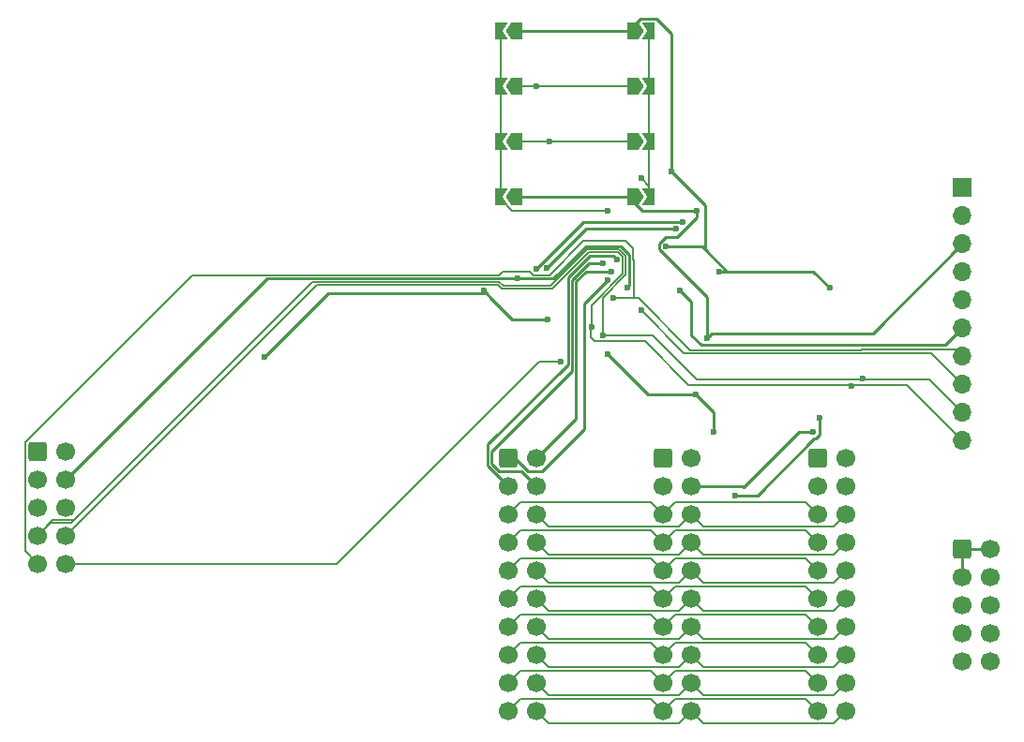
<source format=gbr>
%TF.GenerationSoftware,KiCad,Pcbnew,9.0.6-9.0.6~ubuntu22.04.1*%
%TF.CreationDate,2026-01-07T10:26:52-05:00*%
%TF.ProjectId,Hyperdrift-Display-Controller,48797065-7264-4726-9966-742d44697370,rev?*%
%TF.SameCoordinates,Original*%
%TF.FileFunction,Copper,L1,Top*%
%TF.FilePolarity,Positive*%
%FSLAX46Y46*%
G04 Gerber Fmt 4.6, Leading zero omitted, Abs format (unit mm)*
G04 Created by KiCad (PCBNEW 9.0.6-9.0.6~ubuntu22.04.1) date 2026-01-07 10:26:52*
%MOMM*%
%LPD*%
G01*
G04 APERTURE LIST*
G04 Aperture macros list*
%AMRoundRect*
0 Rectangle with rounded corners*
0 $1 Rounding radius*
0 $2 $3 $4 $5 $6 $7 $8 $9 X,Y pos of 4 corners*
0 Add a 4 corners polygon primitive as box body*
4,1,4,$2,$3,$4,$5,$6,$7,$8,$9,$2,$3,0*
0 Add four circle primitives for the rounded corners*
1,1,$1+$1,$2,$3*
1,1,$1+$1,$4,$5*
1,1,$1+$1,$6,$7*
1,1,$1+$1,$8,$9*
0 Add four rect primitives between the rounded corners*
20,1,$1+$1,$2,$3,$4,$5,0*
20,1,$1+$1,$4,$5,$6,$7,0*
20,1,$1+$1,$6,$7,$8,$9,0*
20,1,$1+$1,$8,$9,$2,$3,0*%
%AMFreePoly0*
4,1,6,0.500000,-0.750000,-0.650000,-0.750000,-0.150000,0.000000,-0.650000,0.750000,0.500000,0.750000,0.500000,-0.750000,0.500000,-0.750000,$1*%
%AMFreePoly1*
4,1,6,1.000000,0.000000,0.500000,-0.750000,-0.500000,-0.750000,-0.500000,0.750000,0.500000,0.750000,1.000000,0.000000,1.000000,0.000000,$1*%
G04 Aperture macros list end*
%TA.AperFunction,SMDPad,CuDef*%
%ADD10FreePoly0,0.000000*%
%TD*%
%TA.AperFunction,SMDPad,CuDef*%
%ADD11FreePoly1,0.000000*%
%TD*%
%TA.AperFunction,SMDPad,CuDef*%
%ADD12FreePoly0,180.000000*%
%TD*%
%TA.AperFunction,SMDPad,CuDef*%
%ADD13FreePoly1,180.000000*%
%TD*%
%TA.AperFunction,ComponentPad*%
%ADD14RoundRect,0.250000X-0.600000X-0.600000X0.600000X-0.600000X0.600000X0.600000X-0.600000X0.600000X0*%
%TD*%
%TA.AperFunction,ComponentPad*%
%ADD15C,1.700000*%
%TD*%
%TA.AperFunction,ComponentPad*%
%ADD16R,1.700000X1.700000*%
%TD*%
%TA.AperFunction,ComponentPad*%
%ADD17O,1.700000X1.700000*%
%TD*%
%TA.AperFunction,ViaPad*%
%ADD18C,0.600000*%
%TD*%
%TA.AperFunction,Conductor*%
%ADD19C,0.150000*%
%TD*%
%TA.AperFunction,Conductor*%
%ADD20C,0.250000*%
%TD*%
G04 APERTURE END LIST*
D10*
%TO.P,JP7,2,B*%
%TO.N,ADDR1*%
X140725000Y-60000000D03*
D11*
%TO.P,JP7,1,A*%
%TO.N,SCL*%
X139275000Y-60000000D03*
%TD*%
D12*
%TO.P,JP2,2,B*%
%TO.N,ADDR2*%
X127275000Y-55000000D03*
D13*
%TO.P,JP2,1,A*%
%TO.N,SDA*%
X128725000Y-55000000D03*
%TD*%
D10*
%TO.P,JP5,2,B*%
%TO.N,ADDR1*%
X140725000Y-50000000D03*
D11*
%TO.P,JP5,1,A*%
%TO.N,GND*%
X139275000Y-50000000D03*
%TD*%
D14*
%TO.P,J1,1,Pin_1*%
%TO.N,SINK_{00}*%
X128000000Y-88620000D03*
D15*
%TO.P,J1,2,Pin_2*%
%TO.N,SINK_{01}*%
X130540000Y-88620000D03*
%TO.P,J1,3,Pin_3*%
%TO.N,SINK_{02}*%
X128000000Y-91160000D03*
%TO.P,J1,4,Pin_4*%
%TO.N,SINK_{03}*%
X130540000Y-91160000D03*
%TO.P,J1,5,Pin_5*%
%TO.N,SRC_{00}*%
X128000000Y-93700000D03*
%TO.P,J1,6,Pin_6*%
%TO.N,SRC_{01}*%
X130540000Y-93700000D03*
%TO.P,J1,7,Pin_7*%
%TO.N,SRC_{02}*%
X128000000Y-96240000D03*
%TO.P,J1,8,Pin_8*%
%TO.N,SRC_{03}*%
X130540000Y-96240000D03*
%TO.P,J1,9,Pin_9*%
%TO.N,SRC_{04}*%
X128000000Y-98780000D03*
%TO.P,J1,10,Pin_10*%
%TO.N,SRC_{05}*%
X130540000Y-98780000D03*
%TO.P,J1,11,Pin_11*%
%TO.N,SRC_{06}*%
X128000000Y-101320000D03*
%TO.P,J1,12,Pin_12*%
%TO.N,SRC_{07}*%
X130540000Y-101320000D03*
%TO.P,J1,13,Pin_13*%
%TO.N,SRC_{08}*%
X128000000Y-103860000D03*
%TO.P,J1,14,Pin_14*%
%TO.N,SRC_{09}*%
X130540000Y-103860000D03*
%TO.P,J1,15,Pin_15*%
%TO.N,SRC_{10}*%
X128000000Y-106400000D03*
%TO.P,J1,16,Pin_16*%
%TO.N,SRC_{11}*%
X130540000Y-106400000D03*
%TO.P,J1,17,Pin_17*%
%TO.N,SRC_{12}*%
X128000000Y-108940000D03*
%TO.P,J1,18,Pin_18*%
%TO.N,SRC_{13}*%
X130540000Y-108940000D03*
%TO.P,J1,19,Pin_19*%
%TO.N,SRC_{14}*%
X128000000Y-111480000D03*
%TO.P,J1,20,Pin_20*%
%TO.N,SRC_{15}*%
X130540000Y-111480000D03*
%TD*%
D14*
%TO.P,J4,1,Pin_1*%
%TO.N,VIN*%
X85500000Y-88000000D03*
D15*
%TO.P,J4,2,Pin_2*%
X88040000Y-88000000D03*
%TO.P,J4,3,Pin_3*%
X85500000Y-90540000D03*
%TO.P,J4,4,Pin_4*%
%TO.N,GND*%
X88040000Y-90540000D03*
%TO.P,J4,5,Pin_5*%
X85500000Y-93080000D03*
%TO.P,J4,6,Pin_6*%
X88040000Y-93080000D03*
%TO.P,J4,7,Pin_7*%
%TO.N,SDA*%
X85500000Y-95620000D03*
%TO.P,J4,8,Pin_8*%
%TO.N,SCL*%
X88040000Y-95620000D03*
%TO.P,J4,9,Pin_9*%
%TO.N,IICRST*%
X85500000Y-98160000D03*
%TO.P,J4,10,Pin_10*%
%TO.N,SDB*%
X88040000Y-98160000D03*
%TD*%
D16*
%TO.P,J6,1,Pin_1*%
%TO.N,VIN*%
X169000000Y-64140000D03*
D17*
%TO.P,J6,2,Pin_2*%
%TO.N,12V*%
X169000000Y-66680000D03*
%TO.P,J6,3,Pin_3*%
%TO.N,5V*%
X169000000Y-69220000D03*
%TO.P,J6,4,Pin_4*%
%TO.N,3.3V*%
X169000000Y-71760000D03*
%TO.P,J6,5,Pin_5*%
%TO.N,GND*%
X169000000Y-74300000D03*
%TO.P,J6,6,Pin_6*%
X169000000Y-76840000D03*
%TO.P,J6,7,Pin_7*%
%TO.N,IICRST*%
X169000000Y-79380000D03*
%TO.P,J6,8,Pin_8*%
%TO.N,SDB*%
X169000000Y-81920000D03*
%TO.P,J6,9,Pin_9*%
%TO.N,SDA*%
X169000000Y-84460000D03*
%TO.P,J6,10,Pin_10*%
%TO.N,SCL*%
X169000000Y-87000000D03*
%TD*%
D11*
%TO.P,JP8,1,A*%
%TO.N,5V*%
X139275000Y-65000000D03*
D10*
%TO.P,JP8,2,B*%
%TO.N,ADDR1*%
X140725000Y-65000000D03*
%TD*%
D13*
%TO.P,JP4,1,A*%
%TO.N,5V*%
X128725000Y-65000000D03*
D12*
%TO.P,JP4,2,B*%
%TO.N,ADDR2*%
X127275000Y-65000000D03*
%TD*%
D14*
%TO.P,J2,1,Pin_1*%
%TO.N,SINK_{04}*%
X141960000Y-88620000D03*
D15*
%TO.P,J2,2,Pin_2*%
%TO.N,SINK_{05}*%
X144500000Y-88620000D03*
%TO.P,J2,3,Pin_3*%
%TO.N,SINK_{06}*%
X141960000Y-91160000D03*
%TO.P,J2,4,Pin_4*%
%TO.N,SINK_{07}*%
X144500000Y-91160000D03*
%TO.P,J2,5,Pin_5*%
%TO.N,SRC_{00}*%
X141960000Y-93700000D03*
%TO.P,J2,6,Pin_6*%
%TO.N,SRC_{01}*%
X144500000Y-93700000D03*
%TO.P,J2,7,Pin_7*%
%TO.N,SRC_{02}*%
X141960000Y-96240000D03*
%TO.P,J2,8,Pin_8*%
%TO.N,SRC_{03}*%
X144500000Y-96240000D03*
%TO.P,J2,9,Pin_9*%
%TO.N,SRC_{04}*%
X141960000Y-98780000D03*
%TO.P,J2,10,Pin_10*%
%TO.N,SRC_{05}*%
X144500000Y-98780000D03*
%TO.P,J2,11,Pin_11*%
%TO.N,SRC_{06}*%
X141960000Y-101320000D03*
%TO.P,J2,12,Pin_12*%
%TO.N,SRC_{07}*%
X144500000Y-101320000D03*
%TO.P,J2,13,Pin_13*%
%TO.N,SRC_{08}*%
X141960000Y-103860000D03*
%TO.P,J2,14,Pin_14*%
%TO.N,SRC_{09}*%
X144500000Y-103860000D03*
%TO.P,J2,15,Pin_15*%
%TO.N,SRC_{10}*%
X141960000Y-106400000D03*
%TO.P,J2,16,Pin_16*%
%TO.N,SRC_{11}*%
X144500000Y-106400000D03*
%TO.P,J2,17,Pin_17*%
%TO.N,SRC_{12}*%
X141960000Y-108940000D03*
%TO.P,J2,18,Pin_18*%
%TO.N,SRC_{13}*%
X144500000Y-108940000D03*
%TO.P,J2,19,Pin_19*%
%TO.N,SRC_{14}*%
X141960000Y-111480000D03*
%TO.P,J2,20,Pin_20*%
%TO.N,SRC_{15}*%
X144500000Y-111480000D03*
%TD*%
D10*
%TO.P,JP6,2,B*%
%TO.N,ADDR1*%
X140725000Y-55000000D03*
D11*
%TO.P,JP6,1,A*%
%TO.N,SDA*%
X139275000Y-55000000D03*
%TD*%
D14*
%TO.P,J5,1,Pin_1*%
%TO.N,VIN*%
X169000000Y-96840000D03*
D15*
%TO.P,J5,2,Pin_2*%
X171540000Y-96840000D03*
%TO.P,J5,3,Pin_3*%
X169000000Y-99380000D03*
%TO.P,J5,4,Pin_4*%
%TO.N,GND*%
X171540000Y-99380000D03*
%TO.P,J5,5,Pin_5*%
X169000000Y-101920000D03*
%TO.P,J5,6,Pin_6*%
X171540000Y-101920000D03*
%TO.P,J5,7,Pin_7*%
%TO.N,SDA*%
X169000000Y-104460000D03*
%TO.P,J5,8,Pin_8*%
%TO.N,SCL*%
X171540000Y-104460000D03*
%TO.P,J5,9,Pin_9*%
%TO.N,IICRST*%
X169000000Y-107000000D03*
%TO.P,J5,10,Pin_10*%
%TO.N,SDB*%
X171540000Y-107000000D03*
%TD*%
D14*
%TO.P,J3,1,Pin_1*%
%TO.N,SINK_{08}*%
X155960000Y-88620000D03*
D15*
%TO.P,J3,2,Pin_2*%
%TO.N,SINK_{09}*%
X158500000Y-88620000D03*
%TO.P,J3,3,Pin_3*%
%TO.N,SINK_{10}*%
X155960000Y-91160000D03*
%TO.P,J3,4,Pin_4*%
%TO.N,SINK_{11}*%
X158500000Y-91160000D03*
%TO.P,J3,5,Pin_5*%
%TO.N,SRC_{00}*%
X155960000Y-93700000D03*
%TO.P,J3,6,Pin_6*%
%TO.N,SRC_{01}*%
X158500000Y-93700000D03*
%TO.P,J3,7,Pin_7*%
%TO.N,SRC_{02}*%
X155960000Y-96240000D03*
%TO.P,J3,8,Pin_8*%
%TO.N,SRC_{03}*%
X158500000Y-96240000D03*
%TO.P,J3,9,Pin_9*%
%TO.N,SRC_{04}*%
X155960000Y-98780000D03*
%TO.P,J3,10,Pin_10*%
%TO.N,SRC_{05}*%
X158500000Y-98780000D03*
%TO.P,J3,11,Pin_11*%
%TO.N,SRC_{06}*%
X155960000Y-101320000D03*
%TO.P,J3,12,Pin_12*%
%TO.N,SRC_{07}*%
X158500000Y-101320000D03*
%TO.P,J3,13,Pin_13*%
%TO.N,SRC_{08}*%
X155960000Y-103860000D03*
%TO.P,J3,14,Pin_14*%
%TO.N,SRC_{09}*%
X158500000Y-103860000D03*
%TO.P,J3,15,Pin_15*%
%TO.N,SRC_{10}*%
X155960000Y-106400000D03*
%TO.P,J3,16,Pin_16*%
%TO.N,SRC_{11}*%
X158500000Y-106400000D03*
%TO.P,J3,17,Pin_17*%
%TO.N,SRC_{12}*%
X155960000Y-108940000D03*
%TO.P,J3,18,Pin_18*%
%TO.N,SRC_{13}*%
X158500000Y-108940000D03*
%TO.P,J3,19,Pin_19*%
%TO.N,SRC_{14}*%
X155960000Y-111480000D03*
%TO.P,J3,20,Pin_20*%
%TO.N,SRC_{15}*%
X158500000Y-111480000D03*
%TD*%
D12*
%TO.P,JP3,2,B*%
%TO.N,ADDR2*%
X127275000Y-60000000D03*
D13*
%TO.P,JP3,1,A*%
%TO.N,SCL*%
X128725000Y-60000000D03*
%TD*%
D12*
%TO.P,JP1,2,B*%
%TO.N,ADDR2*%
X127275000Y-50000000D03*
D13*
%TO.P,JP1,1,A*%
%TO.N,GND*%
X128725000Y-50000000D03*
%TD*%
D18*
%TO.N,GND*%
X143500000Y-73500000D03*
%TO.N,5V*%
X145000000Y-66250000D03*
X106000000Y-79500000D03*
%TO.N,GND*%
X138733058Y-73175000D03*
X128850000Y-72350000D03*
%TO.N,5V*%
X137000000Y-79250000D03*
%TO.N,SDA*%
X160000000Y-81425000D03*
%TO.N,SCL*%
X159000000Y-82075000D03*
%TO.N,SDB*%
X140002000Y-75257114D03*
%TO.N,5V*%
X131550000Y-76100000D03*
%TO.N,SINK_{00}*%
X137000000Y-72500000D03*
%TO.N,SINK_{01}*%
X137282724Y-71750000D03*
%TO.N,SINK_{03}*%
X136531587Y-71031587D03*
%TO.N,ADDR2*%
X137000000Y-66250000D03*
%TO.N,ADDR1*%
X140000000Y-63349000D03*
%TO.N,GND*%
X142250000Y-69500000D03*
%TO.N,SINK_{02}*%
X137771529Y-70675529D03*
%TO.N,IICRST*%
X137500000Y-74175000D03*
%TO.N,SDB*%
X132750000Y-79875000D03*
%TO.N,SINK_{04}*%
X143125000Y-67875000D03*
X131419232Y-71464652D03*
%TO.N,SINK_{05}*%
X143750000Y-67250000D03*
X130500000Y-71500000D03*
%TO.N,SCL*%
X131750000Y-60000000D03*
%TO.N,SDA*%
X130500000Y-55000000D03*
%TO.N,SINK_{06}*%
X148500000Y-91999000D03*
X156091000Y-85000000D03*
%TO.N,SINK_{07}*%
X155466000Y-86250000D03*
%TO.N,GND*%
X157000000Y-73250000D03*
X147000000Y-71750000D03*
X142750000Y-62750000D03*
%TO.N,SCL*%
X135481833Y-76800000D03*
%TO.N,SDA*%
X136550000Y-77493058D03*
%TO.N,5V*%
X125750000Y-73500000D03*
X146500000Y-86250000D03*
X144893414Y-82856586D03*
X145927002Y-77779822D03*
%TD*%
D19*
%TO.N,SDA*%
X138588529Y-72066884D02*
X136550000Y-74105413D01*
X136550000Y-74105413D02*
X136550000Y-77493058D01*
X136550000Y-77493058D02*
X136551000Y-77492058D01*
X138588529Y-70338529D02*
X138075000Y-69825000D01*
X138588529Y-72066884D02*
X138588529Y-70338529D01*
X136551000Y-77492058D02*
X140992058Y-77492058D01*
%TO.N,SCL*%
X135424000Y-77039954D02*
X135424000Y-77730646D01*
X135481833Y-76982121D02*
X135424000Y-77039954D01*
X135481833Y-76800000D02*
X135481833Y-76982121D01*
X135761412Y-78068058D02*
X140318058Y-78068058D01*
X127050000Y-72924000D02*
X110736000Y-72924000D01*
X131950000Y-73300000D02*
X127426000Y-73300000D01*
X127426000Y-73300000D02*
X127050000Y-72924000D01*
X135250000Y-70000000D02*
X131950000Y-73300000D01*
X138347529Y-70438355D02*
X137909174Y-70000000D01*
X135481833Y-74832755D02*
X138347529Y-71967059D01*
X135481833Y-76800000D02*
X135481833Y-74832755D01*
X110736000Y-72924000D02*
X88040000Y-95620000D01*
X137909174Y-70000000D02*
X135250000Y-70000000D01*
X138347529Y-71967059D02*
X138347529Y-70438355D01*
X135424000Y-77730646D02*
X135761412Y-78068058D01*
X140318058Y-78068058D02*
X144250000Y-82000000D01*
D20*
%TO.N,GND*%
X144500000Y-74500000D02*
X143500000Y-73500000D01*
X169000000Y-76840000D02*
X167434178Y-78405822D01*
X145405822Y-78405822D02*
X144500000Y-77500000D01*
X144500000Y-77500000D02*
X144500000Y-74500000D01*
X167434178Y-78405822D02*
X145405822Y-78405822D01*
%TO.N,5V*%
X145927002Y-77779822D02*
X146381824Y-77325000D01*
X146381824Y-77325000D02*
X150637297Y-77325000D01*
X145432351Y-73567649D02*
X141624000Y-69759298D01*
X145432351Y-73567649D02*
X145927002Y-74062300D01*
X145927002Y-74062300D02*
X145927002Y-77779822D01*
X143000000Y-68626000D02*
X142238702Y-68626000D01*
X142238702Y-68626000D02*
X141624000Y-69240702D01*
X141624000Y-69240702D02*
X141624000Y-69759298D01*
X143000000Y-68626000D02*
X143259298Y-68626000D01*
X145000000Y-66885298D02*
X145000000Y-66250000D01*
X143259298Y-68626000D02*
X145000000Y-66885298D01*
X140106894Y-66250000D02*
X145000000Y-66250000D01*
X139275000Y-65418106D02*
X140106894Y-66250000D01*
X139275000Y-65000000D02*
X139275000Y-65418106D01*
%TO.N,GND*%
X142750000Y-62750000D02*
X145750000Y-65750000D01*
X145750000Y-65750000D02*
X145750000Y-69750000D01*
X142750000Y-50306894D02*
X141362106Y-48919000D01*
X141362106Y-48919000D02*
X139938032Y-48919000D01*
X142750000Y-62750000D02*
X142750000Y-50306894D01*
X139938032Y-48919000D02*
X139275000Y-49582032D01*
X139275000Y-49582032D02*
X139275000Y-50000000D01*
%TO.N,5V*%
X111750000Y-73750000D02*
X106000000Y-79500000D01*
X126000000Y-73750000D02*
X111750000Y-73750000D01*
X126375000Y-74125000D02*
X126000000Y-73750000D01*
D19*
%TO.N,SCL*%
X144250000Y-82000000D02*
X158925000Y-82000000D01*
X158925000Y-82000000D02*
X159000000Y-82075000D01*
D20*
%TO.N,SINK_{03}*%
X126500000Y-88000000D02*
X126500000Y-89141514D01*
X133750000Y-72500000D02*
X133750000Y-80750000D01*
X136531587Y-71031587D02*
X136500000Y-71000000D01*
X136500000Y-71000000D02*
X135250000Y-71000000D01*
X135250000Y-71000000D02*
X133750000Y-72500000D01*
X133750000Y-80750000D02*
X126500000Y-88000000D01*
X126500000Y-89141514D02*
X127154486Y-89796000D01*
X127154486Y-89796000D02*
X129176000Y-89796000D01*
X129176000Y-89796000D02*
X130540000Y-91160000D01*
%TO.N,SINK_{01}*%
X134091000Y-85069000D02*
X130540000Y-88620000D01*
X135000000Y-71750000D02*
X134091000Y-72659000D01*
X134091000Y-72659000D02*
X134091000Y-85069000D01*
X137282724Y-71750000D02*
X135000000Y-71750000D01*
D19*
%TO.N,IICRST*%
X139733058Y-74175000D02*
X139300000Y-74175000D01*
X139308058Y-73750000D02*
X139308058Y-74166942D01*
X139308058Y-74166942D02*
X139300000Y-74175000D01*
X169000000Y-79380000D02*
X168462706Y-78842706D01*
X159842706Y-78842706D02*
X159819912Y-78865500D01*
X159819912Y-78865500D02*
X144423558Y-78865500D01*
X144423558Y-78865500D02*
X139733058Y-74175000D01*
X139300000Y-74175000D02*
X137500000Y-74175000D01*
X168462706Y-78842706D02*
X159842706Y-78842706D01*
D20*
%TO.N,GND*%
X138879529Y-73028529D02*
X138733058Y-73175000D01*
X134970464Y-69468000D02*
X138129536Y-69468000D01*
X138879529Y-70217993D02*
X138879529Y-73028529D01*
X132071464Y-72367000D02*
X134970464Y-69468000D01*
X138129536Y-69468000D02*
X138879529Y-70217993D01*
X128867000Y-72367000D02*
X132071464Y-72367000D01*
X128850000Y-72350000D02*
X128867000Y-72367000D01*
D19*
%TO.N,SDA*%
X110317405Y-72683000D02*
X88506405Y-94494000D01*
X135091000Y-69759000D02*
X131800000Y-73050000D01*
X127150000Y-72683000D02*
X110317405Y-72683000D01*
X127526000Y-73059000D02*
X127150000Y-72683000D01*
X131441000Y-73059000D02*
X127526000Y-73059000D01*
X138009000Y-69759000D02*
X135091000Y-69759000D01*
X131450000Y-73050000D02*
X131441000Y-73059000D01*
X131800000Y-73050000D02*
X131450000Y-73050000D01*
X88506405Y-94494000D02*
X86626000Y-94494000D01*
X86626000Y-94494000D02*
X85500000Y-95620000D01*
%TO.N,IICRST*%
X139250000Y-70641942D02*
X139308058Y-70700000D01*
X139250000Y-69700000D02*
X139250000Y-70641942D01*
X138550000Y-69000000D02*
X139250000Y-69700000D01*
X127500000Y-71750000D02*
X129924000Y-71750000D01*
X134750000Y-69000000D02*
X138550000Y-69000000D01*
X127174000Y-72076000D02*
X127500000Y-71750000D01*
X131674000Y-72076000D02*
X134750000Y-69000000D01*
X130250000Y-72076000D02*
X131674000Y-72076000D01*
X129924000Y-71750000D02*
X130250000Y-72076000D01*
X139308058Y-70700000D02*
X139308058Y-73750000D01*
X99473196Y-72076000D02*
X127174000Y-72076000D01*
X84374000Y-87175196D02*
X99473196Y-72076000D01*
X84374000Y-97034000D02*
X84374000Y-87175196D01*
X85500000Y-98160000D02*
X84374000Y-97034000D01*
D20*
%TO.N,GND*%
X128833000Y-72367000D02*
X128850000Y-72350000D01*
X128500000Y-72367000D02*
X128833000Y-72367000D01*
X106213000Y-72367000D02*
X128500000Y-72367000D01*
X88040000Y-90540000D02*
X106213000Y-72367000D01*
%TO.N,5V*%
X144893414Y-82856586D02*
X140606586Y-82856586D01*
X140606586Y-82856586D02*
X137000000Y-79250000D01*
X150637297Y-77325000D02*
X160895000Y-77325000D01*
X160895000Y-77325000D02*
X169000000Y-69220000D01*
D19*
%TO.N,SDB*%
X169000000Y-81920000D02*
X166186500Y-79106500D01*
X166186500Y-79106500D02*
X143851386Y-79106500D01*
X143851386Y-79106500D02*
X140002000Y-75257114D01*
%TO.N,SDA*%
X145000000Y-81500000D02*
X164500000Y-81500000D01*
D20*
%TO.N,SINK_{02}*%
X128000000Y-91160000D02*
X126159000Y-89319000D01*
X126159000Y-89319000D02*
X126159000Y-87351298D01*
X126159000Y-87351298D02*
X133380558Y-80129740D01*
X133380558Y-80129740D02*
X133380558Y-72280978D01*
X133380558Y-72280978D02*
X135330768Y-70330768D01*
X135330768Y-70330768D02*
X137426768Y-70330768D01*
X137426768Y-70330768D02*
X137771529Y-70675529D01*
%TO.N,5V*%
X128350000Y-76100000D02*
X131550000Y-76100000D01*
%TO.N,SINK_{00}*%
X134855833Y-74644167D02*
X137000000Y-72500000D01*
X134855833Y-85967283D02*
X134855833Y-74644167D01*
X129796000Y-89796000D02*
X131027116Y-89796000D01*
X131027116Y-89796000D02*
X134855833Y-85967283D01*
X128620000Y-88620000D02*
X129796000Y-89796000D01*
X128000000Y-88620000D02*
X128620000Y-88620000D01*
D19*
%TO.N,ADDR2*%
X128327605Y-66250000D02*
X137000000Y-66250000D01*
X127275000Y-65197395D02*
X128327605Y-66250000D01*
X127275000Y-65000000D02*
X127275000Y-65197395D01*
%TO.N,ADDR1*%
X140000000Y-63349000D02*
X140725000Y-64074000D01*
X140725000Y-64074000D02*
X140725000Y-65000000D01*
D20*
%TO.N,GND*%
X145750000Y-69750000D02*
X145500000Y-69500000D01*
X147750000Y-71750000D02*
X155500000Y-71750000D01*
X147750000Y-71750000D02*
X145750000Y-69750000D01*
X145500000Y-69500000D02*
X142250000Y-69500000D01*
D19*
%TO.N,SDB*%
X112500000Y-98160000D02*
X130785000Y-79875000D01*
X130785000Y-79875000D02*
X132750000Y-79875000D01*
X88040000Y-98160000D02*
X112500000Y-98160000D01*
D20*
%TO.N,SINK_{04}*%
X143125000Y-67875000D02*
X135008884Y-67875000D01*
X135008884Y-67875000D02*
X131419232Y-71464652D01*
%TO.N,SINK_{05}*%
X134750000Y-67250000D02*
X143750000Y-67250000D01*
X130500000Y-71500000D02*
X134750000Y-67250000D01*
D19*
%TO.N,SCL*%
X139275000Y-60000000D02*
X131750000Y-60000000D01*
%TO.N,SDA*%
X139275000Y-55000000D02*
X130500000Y-55000000D01*
D20*
%TO.N,SINK_{06}*%
X148500000Y-91999000D02*
X150501000Y-91999000D01*
X155725298Y-86876000D02*
X156091000Y-86510298D01*
X150501000Y-91999000D02*
X155624000Y-86876000D01*
X155624000Y-86876000D02*
X155725298Y-86876000D01*
X156091000Y-86510298D02*
X156091000Y-85000000D01*
%TO.N,SINK_{07}*%
X154250000Y-86250000D02*
X149250000Y-91250000D01*
X155466000Y-86250000D02*
X154250000Y-86250000D01*
X149160000Y-91160000D02*
X144500000Y-91160000D01*
X149250000Y-91250000D02*
X149160000Y-91160000D01*
D19*
%TO.N,SCL*%
X144750000Y-82000000D02*
X144250000Y-82000000D01*
X144750000Y-82000000D02*
X164000000Y-82000000D01*
X164000000Y-82000000D02*
X169000000Y-87000000D01*
%TO.N,SDA*%
X164500000Y-81500000D02*
X166040000Y-81500000D01*
X166040000Y-81500000D02*
X169000000Y-84460000D01*
X141000000Y-77500000D02*
X145000000Y-81500000D01*
D20*
%TO.N,GND*%
X155500000Y-71750000D02*
X157000000Y-73250000D01*
X147000000Y-71750000D02*
X147750000Y-71750000D01*
%TO.N,5V*%
X128725000Y-65000000D02*
X139275000Y-65000000D01*
D19*
%TO.N,SCL*%
X131750000Y-60000000D02*
X128725000Y-60000000D01*
%TO.N,SDA*%
X130500000Y-55000000D02*
X128725000Y-55000000D01*
D20*
%TO.N,GND*%
X128725000Y-50000000D02*
X139275000Y-50000000D01*
D19*
%TO.N,ADDR1*%
X140725000Y-55000000D02*
X140725000Y-50000000D01*
X140725000Y-60000000D02*
X140725000Y-55000000D01*
X140725000Y-65000000D02*
X140725000Y-60000000D01*
%TO.N,ADDR2*%
X127275000Y-60000000D02*
X127275000Y-65000000D01*
X127275000Y-55000000D02*
X127275000Y-60000000D01*
X127275000Y-50000000D02*
X127275000Y-55000000D01*
%TO.N,SDA*%
X85500000Y-95620000D02*
X86870000Y-94250000D01*
X86870000Y-94250000D02*
X88780000Y-94250000D01*
D20*
%TO.N,VIN*%
X169000000Y-99380000D02*
X169000000Y-96840000D01*
X169000000Y-96840000D02*
X171540000Y-96840000D01*
D19*
%TO.N,SRC_{05}*%
X144500000Y-98780000D02*
X143374000Y-99906000D01*
X143374000Y-99906000D02*
X131666000Y-99906000D01*
X131666000Y-99906000D02*
X130540000Y-98780000D01*
%TO.N,SRC_{07}*%
X130540000Y-101320000D02*
X131666000Y-102446000D01*
X131666000Y-102446000D02*
X143374000Y-102446000D01*
X143374000Y-102446000D02*
X144500000Y-101320000D01*
%TO.N,SRC_{09}*%
X144500000Y-103860000D02*
X143374000Y-104986000D01*
X143374000Y-104986000D02*
X131666000Y-104986000D01*
X131666000Y-104986000D02*
X130540000Y-103860000D01*
%TO.N,SRC_{11}*%
X130540000Y-106400000D02*
X131666000Y-107526000D01*
X131666000Y-107526000D02*
X143374000Y-107526000D01*
X143374000Y-107526000D02*
X144500000Y-106400000D01*
%TO.N,SRC_{13}*%
X144500000Y-108940000D02*
X143374000Y-110066000D01*
X131666000Y-110066000D02*
X130540000Y-108940000D01*
X143374000Y-110066000D02*
X131666000Y-110066000D01*
%TO.N,SRC_{15}*%
X144500000Y-111480000D02*
X143374000Y-112606000D01*
X143374000Y-112606000D02*
X131666000Y-112606000D01*
X131666000Y-112606000D02*
X130540000Y-111480000D01*
%TO.N,SRC_{14}*%
X128000000Y-111480000D02*
X129126000Y-110354000D01*
X129126000Y-110354000D02*
X140834000Y-110354000D01*
X140834000Y-110354000D02*
X141960000Y-111480000D01*
%TO.N,SRC_{12}*%
X128000000Y-108940000D02*
X129126000Y-107814000D01*
X129126000Y-107814000D02*
X140834000Y-107814000D01*
X140834000Y-107814000D02*
X141960000Y-108940000D01*
%TO.N,SRC_{10}*%
X128000000Y-106400000D02*
X129126000Y-105274000D01*
X129126000Y-105274000D02*
X140834000Y-105274000D01*
X140834000Y-105274000D02*
X141960000Y-106400000D01*
%TO.N,SRC_{08}*%
X128000000Y-103860000D02*
X129126000Y-102734000D01*
X140834000Y-102734000D02*
X141960000Y-103860000D01*
X129126000Y-102734000D02*
X140834000Y-102734000D01*
%TO.N,SRC_{06}*%
X128000000Y-101320000D02*
X129126000Y-100194000D01*
X129126000Y-100194000D02*
X140834000Y-100194000D01*
X140834000Y-100194000D02*
X141960000Y-101320000D01*
%TO.N,SRC_{04}*%
X128000000Y-98780000D02*
X129126000Y-97654000D01*
X129126000Y-97654000D02*
X140834000Y-97654000D01*
X140834000Y-97654000D02*
X141960000Y-98780000D01*
%TO.N,SRC_{02}*%
X141960000Y-96240000D02*
X140834000Y-95114000D01*
X140834000Y-95114000D02*
X129126000Y-95114000D01*
X129126000Y-95114000D02*
X128000000Y-96240000D01*
%TO.N,SRC_{03}*%
X144500000Y-96240000D02*
X143374000Y-97366000D01*
X143374000Y-97366000D02*
X131666000Y-97366000D01*
X131666000Y-97366000D02*
X130540000Y-96240000D01*
%TO.N,SRC_{01}*%
X130540000Y-93700000D02*
X131666000Y-94826000D01*
X131666000Y-94826000D02*
X143374000Y-94826000D01*
X143374000Y-94826000D02*
X144500000Y-93700000D01*
%TO.N,SRC_{00}*%
X141960000Y-93700000D02*
X140834000Y-92574000D01*
X140834000Y-92574000D02*
X129126000Y-92574000D01*
X129126000Y-92574000D02*
X128000000Y-93700000D01*
X155960000Y-93700000D02*
X154834000Y-92574000D01*
X154834000Y-92574000D02*
X143086000Y-92574000D01*
X143086000Y-92574000D02*
X141960000Y-93700000D01*
%TO.N,SRC_{01}*%
X144500000Y-93700000D02*
X145626000Y-94826000D01*
X145626000Y-94826000D02*
X157374000Y-94826000D01*
X157374000Y-94826000D02*
X158500000Y-93700000D01*
%TO.N,SRC_{02}*%
X155960000Y-96240000D02*
X154834000Y-95114000D01*
X154834000Y-95114000D02*
X143086000Y-95114000D01*
X143086000Y-95114000D02*
X141960000Y-96240000D01*
%TO.N,SRC_{03}*%
X144500000Y-96240000D02*
X145626000Y-97366000D01*
X145626000Y-97366000D02*
X157374000Y-97366000D01*
X157374000Y-97366000D02*
X158500000Y-96240000D01*
%TO.N,SRC_{04}*%
X141960000Y-98780000D02*
X143086000Y-97654000D01*
X143086000Y-97654000D02*
X154834000Y-97654000D01*
X154834000Y-97654000D02*
X155960000Y-98780000D01*
%TO.N,SRC_{05}*%
X158500000Y-98780000D02*
X157374000Y-99906000D01*
X157374000Y-99906000D02*
X145626000Y-99906000D01*
X145626000Y-99906000D02*
X144500000Y-98780000D01*
%TO.N,SRC_{06}*%
X141960000Y-101320000D02*
X143086000Y-100194000D01*
X143086000Y-100194000D02*
X154834000Y-100194000D01*
X154834000Y-100194000D02*
X155960000Y-101320000D01*
%TO.N,SRC_{07}*%
X158500000Y-101320000D02*
X157374000Y-102446000D01*
X157374000Y-102446000D02*
X145626000Y-102446000D01*
X145626000Y-102446000D02*
X144500000Y-101320000D01*
%TO.N,SRC_{08}*%
X141960000Y-103860000D02*
X143086000Y-102734000D01*
X143086000Y-102734000D02*
X154834000Y-102734000D01*
X154834000Y-102734000D02*
X155960000Y-103860000D01*
%TO.N,SRC_{09}*%
X158500000Y-103860000D02*
X157374000Y-104986000D01*
X157374000Y-104986000D02*
X145626000Y-104986000D01*
X145626000Y-104986000D02*
X144500000Y-103860000D01*
%TO.N,SRC_{10}*%
X141960000Y-106400000D02*
X143086000Y-105274000D01*
X143086000Y-105274000D02*
X154834000Y-105274000D01*
X154834000Y-105274000D02*
X155960000Y-106400000D01*
%TO.N,SRC_{11}*%
X158500000Y-106400000D02*
X157374000Y-107526000D01*
X157374000Y-107526000D02*
X145626000Y-107526000D01*
X145626000Y-107526000D02*
X144500000Y-106400000D01*
%TO.N,SRC_{12}*%
X141960000Y-108940000D02*
X143086000Y-107814000D01*
X154834000Y-107814000D02*
X155960000Y-108940000D01*
X143086000Y-107814000D02*
X154834000Y-107814000D01*
%TO.N,SRC_{13}*%
X158500000Y-108940000D02*
X157374000Y-110066000D01*
X145626000Y-110066000D02*
X144500000Y-108940000D01*
X157374000Y-110066000D02*
X145626000Y-110066000D01*
%TO.N,SRC_{14}*%
X141960000Y-111480000D02*
X143086000Y-110354000D01*
X154834000Y-110354000D02*
X155960000Y-111480000D01*
X143086000Y-110354000D02*
X154834000Y-110354000D01*
%TO.N,SRC_{15}*%
X158500000Y-111480000D02*
X157374000Y-112606000D01*
X157374000Y-112606000D02*
X145626000Y-112606000D01*
X145626000Y-112606000D02*
X144500000Y-111480000D01*
D20*
%TO.N,5V*%
X126000000Y-73750000D02*
X125750000Y-73500000D01*
X128350000Y-76100000D02*
X126375000Y-74125000D01*
X146500000Y-84463172D02*
X146500000Y-86250000D01*
X144893414Y-82856586D02*
X146500000Y-84463172D01*
%TD*%
M02*

</source>
